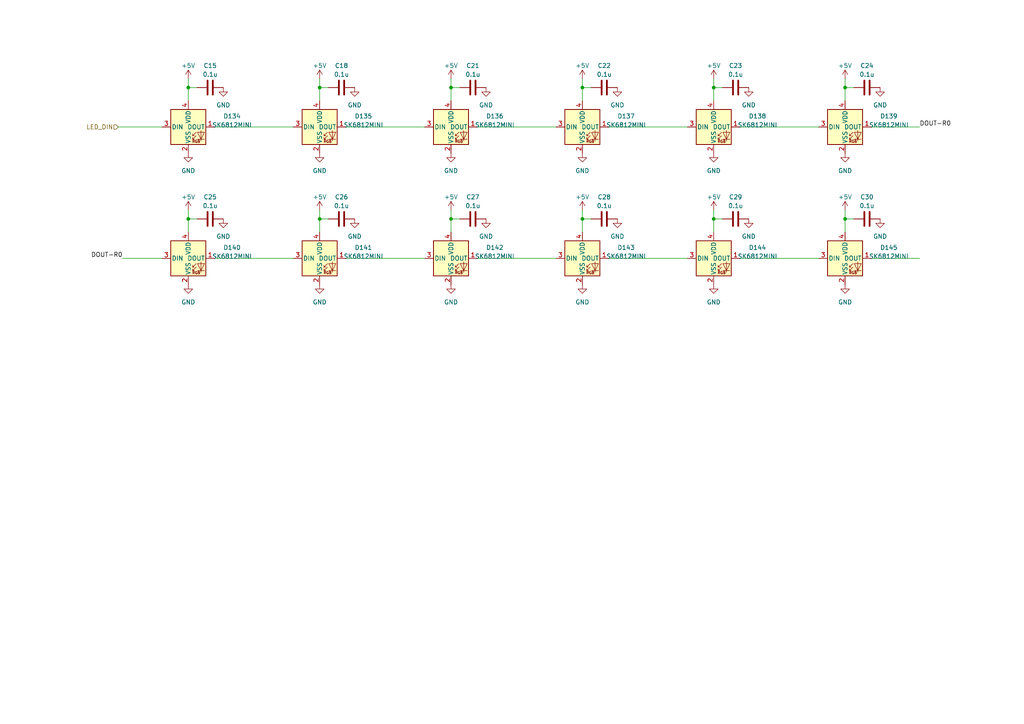
<source format=kicad_sch>
(kicad_sch (version 20230121) (generator eeschema)
  (paper "A4")
  (lib_symbols
    (symbol "Device:C" (pin_numbers hide) (pin_names (offset 0.254))
      (property "Reference" "C" (at 0.635 2.54 0))
      (property "Value" "C" (at 0.635 -2.54 0))
      (symbol "C_0_1"
        (polyline (pts (xy -2.032 -0.762) (xy 2.032 -0.762)) (stroke (width 0.508)))
        (polyline (pts (xy -2.032 0.762) (xy 2.032 0.762)) (stroke (width 0.508)))
      )
      (symbol "C_1_1"
        (pin passive line (at 0 3.81 270) (length 2.794) (name "~") (number "1"))
        (pin passive line (at 0 -3.81 90) (length 2.794) (name "~") (number "2"))
      )
    )
    (symbol "LED:SK6812MINI" (pin_names (offset 0.254))
      (property "Reference" "D" (at 5.08 5.715 0))
      (property "Value" "SK6812MINI" (at 1.27 -5.715 0))
      (symbol "SK6812MINI_0_0"
        (text "RGB" (at 2.286 -4.191 0) (effects (font (size 0.762 0.762))))
      )
      (symbol "SK6812MINI_0_1"
        (polyline (pts (xy 1.27 -3.556) (xy 1.778 -3.556)))
        (polyline (pts (xy 1.27 -2.54) (xy 1.778 -2.54)))
        (polyline (pts (xy 4.699 -3.556) (xy 2.667 -3.556)))
        (polyline (pts (xy 2.286 -2.54) (xy 1.27 -3.556) (xy 1.27 -3.048)))
        (polyline (pts (xy 2.286 -1.524) (xy 1.27 -2.54) (xy 1.27 -2.032)))
        (polyline (pts (xy 3.683 -1.016) (xy 3.683 -3.556) (xy 3.683 -4.064)))
        (polyline (pts (xy 4.699 -1.524) (xy 2.667 -1.524) (xy 3.683 -3.556) (xy 4.699 -1.524)))
        (rectangle (start 5.08 5.08) (end -5.08 -5.08) (stroke (width 0.254)) (fill (type background)))
      )
      (symbol "SK6812MINI_1_1"
        (pin output line (at 7.62 0 180) (length 2.54) (name "DOUT") (number "1"))
        (pin power_in line (at 0 -7.62 90) (length 2.54) (name "VSS") (number "2"))
        (pin input line (at -7.62 0 0) (length 2.54) (name "DIN") (number "3"))
        (pin power_in line (at 0 7.62 270) (length 2.54) (name "VDD") (number "4"))
      )
    )
    (symbol "power:+5V" (power) (pin_names (offset 0))
      (property "Value" "+5V" (at 0 3.556 0))
      (symbol "+5V_0_1"
        (polyline (pts (xy -0.762 1.27) (xy 0 2.54)))
        (polyline (pts (xy 0 0) (xy 0 2.54)))
        (polyline (pts (xy 0 2.54) (xy 0.762 1.27)))
      )
      (symbol "+5V_1_1"
        (pin power_in line (at 0 0 90) (length 0) hide (name "+5V") (number "1"))
      )
    )
    (symbol "power:GND" (power) (pin_names (offset 0))
      (property "Value" "GND" (at 0 -3.81 0))
      (symbol "GND_0_1"
        (polyline (pts (xy 0 0) (xy 0 -1.27) (xy 1.27 -1.27) (xy 0 -2.54) (xy -1.27 -1.27) (xy 0 -1.27)))
      )
      (symbol "GND_1_1"
        (pin power_in line (at 0 0 270) (length 0) hide (name "GND") (number "1"))
      )
    )
  )
  (junction (at 92.71 63.5))
  (junction (at 168.91 25.4))
  (junction (at 54.61 63.5))
  (junction (at 54.61 25.4))
  (junction (at 245.11 25.4))
  (junction (at 207.01 25.4))
  (junction (at 130.81 63.5))
  (junction (at 245.11 63.5))
  (junction (at 130.81 25.4))
  (junction (at 92.71 25.4))
  (junction (at 207.01 63.5))
  (junction (at 168.91 63.5))
  (wire (pts (xy 207.01 60.96) (xy 207.01 63.5)))
  (wire (pts (xy 57.15 25.4) (xy 54.61 25.4)))
  (wire (pts (xy 133.35 63.5) (xy 130.81 63.5)))
  (wire (pts (xy 95.25 63.5) (xy 92.71 63.5)))
  (wire (pts (xy 176.53 36.83) (xy 199.39 36.83)))
  (wire (pts (xy 252.73 74.93) (xy 266.7 74.93)))
  (wire (pts (xy 100.33 74.93) (xy 123.19 74.93)))
  (wire (pts (xy 209.55 63.5) (xy 207.01 63.5)))
  (wire (pts (xy 62.23 36.83) (xy 85.09 36.83)))
  (wire (pts (xy 247.65 63.5) (xy 245.11 63.5)))
  (wire (pts (xy 168.91 25.4) (xy 168.91 29.21)))
  (wire (pts (xy 245.11 25.4) (xy 245.11 29.21)))
  (wire (pts (xy 130.81 25.4) (xy 130.81 29.21)))
  (wire (pts (xy 168.91 22.86) (xy 168.91 25.4)))
  (wire (pts (xy 168.91 60.96) (xy 168.91 63.5)))
  (wire (pts (xy 34.29 36.83) (xy 46.99 36.83)))
  (wire (pts (xy 35.56 74.93) (xy 46.99 74.93)))
  (wire (pts (xy 54.61 60.96) (xy 54.61 63.5)))
  (wire (pts (xy 62.23 74.93) (xy 85.09 74.93)))
  (wire (pts (xy 138.43 36.83) (xy 161.29 36.83)))
  (wire (pts (xy 100.33 36.83) (xy 123.19 36.83)))
  (wire (pts (xy 245.11 60.96) (xy 245.11 63.5)))
  (wire (pts (xy 54.61 25.4) (xy 54.61 29.21)))
  (wire (pts (xy 133.35 25.4) (xy 130.81 25.4)))
  (wire (pts (xy 207.01 22.86) (xy 207.01 25.4)))
  (wire (pts (xy 92.71 25.4) (xy 92.71 29.21)))
  (wire (pts (xy 92.71 63.5) (xy 92.71 67.31)))
  (wire (pts (xy 92.71 22.86) (xy 92.71 25.4)))
  (wire (pts (xy 54.61 63.5) (xy 54.61 67.31)))
  (wire (pts (xy 245.11 63.5) (xy 245.11 67.31)))
  (wire (pts (xy 130.81 63.5) (xy 130.81 67.31)))
  (wire (pts (xy 92.71 60.96) (xy 92.71 63.5)))
  (wire (pts (xy 252.73 36.83) (xy 266.7 36.83)))
  (wire (pts (xy 171.45 63.5) (xy 168.91 63.5)))
  (wire (pts (xy 245.11 22.86) (xy 245.11 25.4)))
  (wire (pts (xy 214.63 36.83) (xy 237.49 36.83)))
  (wire (pts (xy 214.63 74.93) (xy 237.49 74.93)))
  (wire (pts (xy 130.81 22.86) (xy 130.81 25.4)))
  (wire (pts (xy 130.81 60.96) (xy 130.81 63.5)))
  (wire (pts (xy 207.01 25.4) (xy 207.01 29.21)))
  (wire (pts (xy 176.53 74.93) (xy 199.39 74.93)))
  (wire (pts (xy 54.61 22.86) (xy 54.61 25.4)))
  (wire (pts (xy 95.25 25.4) (xy 92.71 25.4)))
  (wire (pts (xy 171.45 25.4) (xy 168.91 25.4)))
  (wire (pts (xy 207.01 63.5) (xy 207.01 67.31)))
  (wire (pts (xy 209.55 25.4) (xy 207.01 25.4)))
  (wire (pts (xy 57.15 63.5) (xy 54.61 63.5)))
  (wire (pts (xy 247.65 25.4) (xy 245.11 25.4)))
  (wire (pts (xy 138.43 74.93) (xy 161.29 74.93)))
  (wire (pts (xy 168.91 63.5) (xy 168.91 67.31)))
  (label "DOUT-R0" (at 35.56 74.93 180))
  (label "DOUT-R0" (at 266.7 36.83 0))
  (hierarchical_label "LED_DIN" (shape input) (at 34.29 36.83 180))
  (symbol (lib_id "LED:SK6812MINI") (at 130.81 74.93 0) (unit 1)
    (property "Reference" "D142" (at 143.51 71.8059 0))
    (property "Value" "SK6812MINI" (at 143.51 74.3459 0))
    (property "Footprint" "LED_SMD:LED_SK6812MINI_PLCC4_3.5x3.5mm_P1.75mm" (effects hide))
    (property "Datasheet" "https://cdn-shop.adafruit.com/product-files/2686/SK6812MINI_REV.01-1-2.pdf" (effects hide))
    (instances (project "autoharpie" (path "" (reference "D142") (unit 1)) (path "" (reference "D112") (unit 1))))
  )
  (symbol (lib_id "power:+5V") (at 207.01 60.96 0) (unit 1)
    (property "Reference" "#PWR086" (effects hide))
    (property "Value" "+5V" (at 207.01 57.15 0))
    (instances (project "autoharpie" (path "" (reference "#PWR086") (unit 1)) (path "" (reference "#PWR0170") (unit 1))))
  )
  (symbol (lib_id "Device:C") (at 251.46 63.5 90) (unit 1)
    (property "Reference" "C30" (at 251.46 57.15 90))
    (property "Value" "0.1u" (at 251.46 59.69 90))
    (property "Footprint" "Capacitor_SMD:C_0402_1005Metric" (effects hide))
    (instances (project "autoharpie" (path "" (reference "C30") (unit 1)) (path "" (reference "C75") (unit 1))))
  )
  (symbol (lib_id "Device:C") (at 60.96 25.4 90) (unit 1)
    (property "Reference" "C15" (at 60.96 19.05 90))
    (property "Value" "0.1u" (at 60.96 21.59 90))
    (property "Footprint" "Capacitor_SMD:C_0402_1005Metric" (effects hide))
    (instances (project "autoharpie" (path "" (reference "C15") (unit 1)) (path "" (reference "C64") (unit 1))))
  )
  (symbol (lib_id "power:+5V") (at 168.91 22.86 0) (unit 1)
    (property "Reference" "#PWR072" (effects hide))
    (property "Value" "+5V" (at 168.91 19.05 0))
    (instances (project "autoharpie" (path "" (reference "#PWR072") (unit 1)) (path "" (reference "#PWR0151") (unit 1))))
  )
  (symbol (lib_id "Device:C") (at 137.16 63.5 90) (unit 1)
    (property "Reference" "C27" (at 137.16 57.15 90))
    (property "Value" "0.1u" (at 137.16 59.69 90))
    (property "Footprint" "Capacitor_SMD:C_0402_1005Metric" (effects hide))
    (instances (project "autoharpie" (path "" (reference "C27") (unit 1)) (path "" (reference "C72") (unit 1))))
  )
  (symbol (lib_id "LED:SK6812MINI") (at 54.61 74.93 0) (unit 1)
    (property "Reference" "D140" (at 67.31 71.8059 0))
    (property "Value" "SK6812MINI" (at 67.31 74.3459 0))
    (property "Footprint" "LED_SMD:LED_SK6812MINI_PLCC4_3.5x3.5mm_P1.75mm" (effects hide))
    (property "Datasheet" "https://cdn-shop.adafruit.com/product-files/2686/SK6812MINI_REV.01-1-2.pdf" (effects hide))
    (instances (project "autoharpie" (path "" (reference "D140") (unit 1)) (path "" (reference "D110") (unit 1))))
  )
  (symbol (lib_id "power:GND") (at 130.81 82.55 0) (unit 1)
    (property "Reference" "#PWR050" (effects hide))
    (property "Value" "GND" (at 130.81 87.63 0))
    (instances (project "autoharpie" (path "" (reference "#PWR050") (unit 1)) (path "" (reference "#PWR0180") (unit 1))))
  )
  (symbol (lib_id "Device:C") (at 60.96 63.5 90) (unit 1)
    (property "Reference" "C25" (at 60.96 57.15 90))
    (property "Value" "0.1u" (at 60.96 59.69 90))
    (property "Footprint" "Capacitor_SMD:C_0402_1005Metric" (effects hide))
    (instances (project "autoharpie" (path "" (reference "C25") (unit 1)) (path "" (reference "C70") (unit 1))))
  )
  (symbol (lib_id "power:+5V") (at 245.11 22.86 0) (unit 1)
    (property "Reference" "#PWR076" (effects hide))
    (property "Value" "+5V" (at 245.11 19.05 0))
    (instances (project "autoharpie" (path "" (reference "#PWR076") (unit 1)) (path "" (reference "#PWR0153") (unit 1))))
  )
  (symbol (lib_id "Device:C") (at 213.36 63.5 90) (unit 1)
    (property "Reference" "C29" (at 213.36 57.15 90))
    (property "Value" "0.1u" (at 213.36 59.69 90))
    (property "Footprint" "Capacitor_SMD:C_0402_1005Metric" (effects hide))
    (instances (project "autoharpie" (path "" (reference "C29") (unit 1)) (path "" (reference "C74") (unit 1))))
  )
  (symbol (lib_id "power:GND") (at 54.61 82.55 0) (unit 1)
    (property "Reference" "#PWR048" (effects hide))
    (property "Value" "GND" (at 54.61 87.63 0))
    (instances (project "autoharpie" (path "" (reference "#PWR048") (unit 1)) (path "" (reference "#PWR0178") (unit 1))))
  )
  (symbol (lib_id "power:+5V") (at 92.71 60.96 0) (unit 1)
    (property "Reference" "#PWR080" (effects hide))
    (property "Value" "+5V" (at 92.71 57.15 0))
    (instances (project "autoharpie" (path "" (reference "#PWR080") (unit 1)) (path "" (reference "#PWR0167") (unit 1))))
  )
  (symbol (lib_id "power:+5V") (at 130.81 22.86 0) (unit 1)
    (property "Reference" "#PWR070" (effects hide))
    (property "Value" "+5V" (at 130.81 19.05 0))
    (instances (project "autoharpie" (path "" (reference "#PWR070") (unit 1)) (path "" (reference "#PWR0150") (unit 1))))
  )
  (symbol (lib_id "power:GND") (at 207.01 82.55 0) (unit 1)
    (property "Reference" "#PWR052" (effects hide))
    (property "Value" "GND" (at 207.01 87.63 0))
    (instances (project "autoharpie" (path "" (reference "#PWR052") (unit 1)) (path "" (reference "#PWR0182") (unit 1))))
  )
  (symbol (lib_id "power:GND") (at 255.27 63.5 0) (unit 1)
    (property "Reference" "#PWR089" (effects hide))
    (property "Value" "GND" (at 255.27 68.58 0))
    (instances (project "autoharpie" (path "" (reference "#PWR089") (unit 1)) (path "" (reference "#PWR0177") (unit 1))))
  )
  (symbol (lib_id "LED:SK6812MINI") (at 245.11 36.83 0) (unit 1)
    (property "Reference" "D139" (at 257.81 33.7059 0))
    (property "Value" "SK6812MINI" (at 257.81 36.2459 0))
    (property "Footprint" "LED_SMD:LED_SK6812MINI_PLCC4_3.5x3.5mm_P1.75mm" (effects hide))
    (property "Datasheet" "https://cdn-shop.adafruit.com/product-files/2686/SK6812MINI_REV.01-1-2.pdf" (effects hide))
    (instances (project "autoharpie" (path "" (reference "D139") (unit 1)) (path "" (reference "D109") (unit 1))))
  )
  (symbol (lib_id "Device:C") (at 99.06 25.4 90) (unit 1)
    (property "Reference" "C18" (at 99.06 19.05 90))
    (property "Value" "0.1u" (at 99.06 21.59 90))
    (property "Footprint" "Capacitor_SMD:C_0402_1005Metric" (effects hide))
    (instances (project "autoharpie" (path "" (reference "C18") (unit 1)) (path "" (reference "C65") (unit 1))))
  )
  (symbol (lib_id "power:GND") (at 64.77 63.5 0) (unit 1)
    (property "Reference" "#PWR079" (effects hide))
    (property "Value" "GND" (at 64.77 68.58 0))
    (instances (project "autoharpie" (path "" (reference "#PWR079") (unit 1)) (path "" (reference "#PWR0172") (unit 1))))
  )
  (symbol (lib_id "power:+5V") (at 168.91 60.96 0) (unit 1)
    (property "Reference" "#PWR084" (effects hide))
    (property "Value" "+5V" (at 168.91 57.15 0))
    (instances (project "autoharpie" (path "" (reference "#PWR084") (unit 1)) (path "" (reference "#PWR0169") (unit 1))))
  )
  (symbol (lib_id "Device:C") (at 99.06 63.5 90) (unit 1)
    (property "Reference" "C26" (at 99.06 57.15 90))
    (property "Value" "0.1u" (at 99.06 59.69 90))
    (property "Footprint" "Capacitor_SMD:C_0402_1005Metric" (effects hide))
    (instances (project "autoharpie" (path "" (reference "C26") (unit 1)) (path "" (reference "C71") (unit 1))))
  )
  (symbol (lib_id "Device:C") (at 137.16 25.4 90) (unit 1)
    (property "Reference" "C21" (at 137.16 19.05 90))
    (property "Value" "0.1u" (at 137.16 21.59 90))
    (property "Footprint" "Capacitor_SMD:C_0402_1005Metric" (effects hide))
    (instances (project "autoharpie" (path "" (reference "C21") (unit 1)) (path "" (reference "C66") (unit 1))))
  )
  (symbol (lib_id "power:GND") (at 64.77 25.4 0) (unit 1)
    (property "Reference" "#PWR067" (effects hide))
    (property "Value" "GND" (at 64.77 30.48 0))
    (instances (project "autoharpie" (path "" (reference "#PWR067") (unit 1)) (path "" (reference "#PWR0154") (unit 1))))
  )
  (symbol (lib_id "power:GND") (at 168.91 44.45 0) (unit 1)
    (property "Reference" "#PWR042" (effects hide))
    (property "Value" "GND" (at 168.91 49.53 0))
    (instances (project "autoharpie" (path "" (reference "#PWR042") (unit 1)) (path "" (reference "#PWR0163") (unit 1))))
  )
  (symbol (lib_id "power:+5V") (at 130.81 60.96 0) (unit 1)
    (property "Reference" "#PWR082" (effects hide))
    (property "Value" "+5V" (at 130.81 57.15 0))
    (instances (project "autoharpie" (path "" (reference "#PWR082") (unit 1)) (path "" (reference "#PWR0168") (unit 1))))
  )
  (symbol (lib_id "power:+5V") (at 54.61 60.96 0) (unit 1)
    (property "Reference" "#PWR078" (effects hide))
    (property "Value" "+5V" (at 54.61 57.15 0))
    (instances (project "autoharpie" (path "" (reference "#PWR078") (unit 1)) (path "" (reference "#PWR0166") (unit 1))))
  )
  (symbol (lib_id "power:GND") (at 217.17 25.4 0) (unit 1)
    (property "Reference" "#PWR075" (effects hide))
    (property "Value" "GND" (at 217.17 30.48 0))
    (instances (project "autoharpie" (path "" (reference "#PWR075") (unit 1)) (path "" (reference "#PWR0158") (unit 1))))
  )
  (symbol (lib_id "power:GND") (at 245.11 82.55 0) (unit 1)
    (property "Reference" "#PWR053" (effects hide))
    (property "Value" "GND" (at 245.11 87.63 0))
    (instances (project "autoharpie" (path "" (reference "#PWR053") (unit 1)) (path "" (reference "#PWR0183") (unit 1))))
  )
  (symbol (lib_id "power:GND") (at 140.97 63.5 0) (unit 1)
    (property "Reference" "#PWR083" (effects hide))
    (property "Value" "GND" (at 140.97 68.58 0))
    (instances (project "autoharpie" (path "" (reference "#PWR083") (unit 1)) (path "" (reference "#PWR0174") (unit 1))))
  )
  (symbol (lib_id "power:GND") (at 179.07 25.4 0) (unit 1)
    (property "Reference" "#PWR073" (effects hide))
    (property "Value" "GND" (at 179.07 30.48 0))
    (instances (project "autoharpie" (path "" (reference "#PWR073") (unit 1)) (path "" (reference "#PWR0157") (unit 1))))
  )
  (symbol (lib_id "power:+5V") (at 245.11 60.96 0) (unit 1)
    (property "Reference" "#PWR088" (effects hide))
    (property "Value" "+5V" (at 245.11 57.15 0))
    (instances (project "autoharpie" (path "" (reference "#PWR088") (unit 1)) (path "" (reference "#PWR0171") (unit 1))))
  )
  (symbol (lib_id "LED:SK6812MINI") (at 245.11 74.93 0) (unit 1)
    (property "Reference" "D145" (at 257.81 71.8059 0))
    (property "Value" "SK6812MINI" (at 257.81 74.3459 0))
    (property "Footprint" "LED_SMD:LED_SK6812MINI_PLCC4_3.5x3.5mm_P1.75mm" (effects hide))
    (property "Datasheet" "https://cdn-shop.adafruit.com/product-files/2686/SK6812MINI_REV.01-1-2.pdf" (effects hide))
    (instances (project "autoharpie" (path "" (reference "D145") (unit 1)) (path "" (reference "D115") (unit 1))))
  )
  (symbol (lib_id "Device:C") (at 213.36 25.4 90) (unit 1)
    (property "Reference" "C23" (at 213.36 19.05 90))
    (property "Value" "0.1u" (at 213.36 21.59 90))
    (property "Footprint" "Capacitor_SMD:C_0402_1005Metric" (effects hide))
    (instances (project "autoharpie" (path "" (reference "C23") (unit 1)) (path "" (reference "C68") (unit 1))))
  )
  (symbol (lib_id "power:GND") (at 130.81 44.45 0) (unit 1)
    (property "Reference" "#PWR038" (effects hide))
    (property "Value" "GND" (at 130.81 49.53 0))
    (instances (project "autoharpie" (path "" (reference "#PWR038") (unit 1)) (path "" (reference "#PWR0162") (unit 1))))
  )
  (symbol (lib_id "Device:C") (at 175.26 25.4 90) (unit 1)
    (property "Reference" "C22" (at 175.26 19.05 90))
    (property "Value" "0.1u" (at 175.26 21.59 90))
    (property "Footprint" "Capacitor_SMD:C_0402_1005Metric" (effects hide))
    (instances (project "autoharpie" (path "" (reference "C22") (unit 1)) (path "" (reference "C67") (unit 1))))
  )
  (symbol (lib_id "power:GND") (at 92.71 44.45 0) (unit 1)
    (property "Reference" "#PWR037" (effects hide))
    (property "Value" "GND" (at 92.71 49.53 0))
    (instances (project "autoharpie" (path "" (reference "#PWR037") (unit 1)) (path "" (reference "#PWR0161") (unit 1))))
  )
  (symbol (lib_id "Device:C") (at 175.26 63.5 90) (unit 1)
    (property "Reference" "C28" (at 175.26 57.15 90))
    (property "Value" "0.1u" (at 175.26 59.69 90))
    (property "Footprint" "Capacitor_SMD:C_0402_1005Metric" (effects hide))
    (instances (project "autoharpie" (path "" (reference "C28") (unit 1)) (path "" (reference "C73") (unit 1))))
  )
  (symbol (lib_id "power:+5V") (at 92.71 22.86 0) (unit 1)
    (property "Reference" "#PWR068" (effects hide))
    (property "Value" "+5V" (at 92.71 19.05 0))
    (instances (project "autoharpie" (path "" (reference "#PWR068") (unit 1)) (path "" (reference "#PWR0149") (unit 1))))
  )
  (symbol (lib_id "LED:SK6812MINI") (at 207.01 36.83 0) (unit 1)
    (property "Reference" "D138" (at 219.71 33.7059 0))
    (property "Value" "SK6812MINI" (at 219.71 36.2459 0))
    (property "Footprint" "LED_SMD:LED_SK6812MINI_PLCC4_3.5x3.5mm_P1.75mm" (effects hide))
    (property "Datasheet" "https://cdn-shop.adafruit.com/product-files/2686/SK6812MINI_REV.01-1-2.pdf" (effects hide))
    (instances (project "autoharpie" (path "" (reference "D138") (unit 1)) (path "" (reference "D108") (unit 1))))
  )
  (symbol (lib_id "Device:C") (at 251.46 25.4 90) (unit 1)
    (property "Reference" "C24" (at 251.46 19.05 90))
    (property "Value" "0.1u" (at 251.46 21.59 90))
    (property "Footprint" "Capacitor_SMD:C_0402_1005Metric" (effects hide))
    (instances (project "autoharpie" (path "" (reference "C24") (unit 1)) (path "" (reference "C69") (unit 1))))
  )
  (symbol (lib_id "power:+5V") (at 54.61 22.86 0) (unit 1)
    (property "Reference" "#PWR066" (effects hide))
    (property "Value" "+5V" (at 54.61 19.05 0))
    (instances (project "autoharpie" (path "" (reference "#PWR066") (unit 1)) (path "" (reference "#PWR0148") (unit 1))))
  )
  (symbol (lib_id "power:GND") (at 102.87 25.4 0) (unit 1)
    (property "Reference" "#PWR069" (effects hide))
    (property "Value" "GND" (at 102.87 30.48 0))
    (instances (project "autoharpie" (path "" (reference "#PWR069") (unit 1)) (path "" (reference "#PWR0155") (unit 1))))
  )
  (symbol (lib_id "power:GND") (at 168.91 82.55 0) (unit 1)
    (property "Reference" "#PWR051" (effects hide))
    (property "Value" "GND" (at 168.91 87.63 0))
    (instances (project "autoharpie" (path "" (reference "#PWR051") (unit 1)) (path "" (reference "#PWR0181") (unit 1))))
  )
  (symbol (lib_id "power:GND") (at 92.71 82.55 0) (unit 1)
    (property "Reference" "#PWR049" (effects hide))
    (property "Value" "GND" (at 92.71 87.63 0))
    (instances (project "autoharpie" (path "" (reference "#PWR049") (unit 1)) (path "" (reference "#PWR0179") (unit 1))))
  )
  (symbol (lib_id "LED:SK6812MINI") (at 92.71 74.93 0) (unit 1)
    (property "Reference" "D141" (at 105.41 71.8059 0))
    (property "Value" "SK6812MINI" (at 105.41 74.3459 0))
    (property "Footprint" "LED_SMD:LED_SK6812MINI_PLCC4_3.5x3.5mm_P1.75mm" (effects hide))
    (property "Datasheet" "https://cdn-shop.adafruit.com/product-files/2686/SK6812MINI_REV.01-1-2.pdf" (effects hide))
    (instances (project "autoharpie" (path "" (reference "D141") (unit 1)) (path "" (reference "D111") (unit 1))))
  )
  (symbol (lib_id "LED:SK6812MINI") (at 207.01 74.93 0) (unit 1)
    (property "Reference" "D144" (at 219.71 71.8059 0))
    (property "Value" "SK6812MINI" (at 219.71 74.3459 0))
    (property "Footprint" "LED_SMD:LED_SK6812MINI_PLCC4_3.5x3.5mm_P1.75mm" (effects hide))
    (property "Datasheet" "https://cdn-shop.adafruit.com/product-files/2686/SK6812MINI_REV.01-1-2.pdf" (effects hide))
    (instances (project "autoharpie" (path "" (reference "D144") (unit 1)) (path "" (reference "D114") (unit 1))))
  )
  (symbol (lib_id "power:GND") (at 217.17 63.5 0) (unit 1)
    (property "Reference" "#PWR087" (effects hide))
    (property "Value" "GND" (at 217.17 68.58 0))
    (instances (project "autoharpie" (path "" (reference "#PWR087") (unit 1)) (path "" (reference "#PWR0176") (unit 1))))
  )
  (symbol (lib_id "LED:SK6812MINI") (at 54.61 36.83 0) (unit 1)
    (property "Reference" "D134" (at 67.31 33.7059 0))
    (property "Value" "SK6812MINI" (at 67.31 36.2459 0))
    (property "Footprint" "LED_SMD:LED_SK6812MINI_PLCC4_3.5x3.5mm_P1.75mm" (effects hide))
    (property "Datasheet" "https://cdn-shop.adafruit.com/product-files/2686/SK6812MINI_REV.01-1-2.pdf" (effects hide))
    (instances (project "autoharpie" (path "" (reference "D134") (unit 1)) (path "" (reference "D104") (unit 1))))
  )
  (symbol (lib_id "power:GND") (at 245.11 44.45 0) (unit 1)
    (property "Reference" "#PWR044" (effects hide))
    (property "Value" "GND" (at 245.11 49.53 0))
    (instances (project "autoharpie" (path "" (reference "#PWR044") (unit 1)) (path "" (reference "#PWR0165") (unit 1))))
  )
  (symbol (lib_id "power:GND") (at 179.07 63.5 0) (unit 1)
    (property "Reference" "#PWR085" (effects hide))
    (property "Value" "GND" (at 179.07 68.58 0))
    (instances (project "autoharpie" (path "" (reference "#PWR085") (unit 1)) (path "" (reference "#PWR0175") (unit 1))))
  )
  (symbol (lib_id "LED:SK6812MINI") (at 168.91 36.83 0) (unit 1)
    (property "Reference" "D137" (at 181.61 33.7059 0))
    (property "Value" "SK6812MINI" (at 181.61 36.2459 0))
    (property "Footprint" "LED_SMD:LED_SK6812MINI_PLCC4_3.5x3.5mm_P1.75mm" (effects hide))
    (property "Datasheet" "https://cdn-shop.adafruit.com/product-files/2686/SK6812MINI_REV.01-1-2.pdf" (effects hide))
    (instances (project "autoharpie" (path "" (reference "D137") (unit 1)) (path "" (reference "D107") (unit 1))))
  )
  (symbol (lib_id "power:GND") (at 255.27 25.4 0) (unit 1)
    (property "Reference" "#PWR077" (effects hide))
    (property "Value" "GND" (at 255.27 30.48 0))
    (instances (project "autoharpie" (path "" (reference "#PWR077") (unit 1)) (path "" (reference "#PWR0159") (unit 1))))
  )
  (symbol (lib_id "LED:SK6812MINI") (at 92.71 36.83 0) (unit 1)
    (property "Reference" "D135" (at 105.41 33.7059 0))
    (property "Value" "SK6812MINI" (at 105.41 36.2459 0))
    (property "Footprint" "LED_SMD:LED_SK6812MINI_PLCC4_3.5x3.5mm_P1.75mm" (effects hide))
    (property "Datasheet" "https://cdn-shop.adafruit.com/product-files/2686/SK6812MINI_REV.01-1-2.pdf" (effects hide))
    (instances (project "autoharpie" (path "" (reference "D135") (unit 1)) (path "" (reference "D105") (unit 1))))
  )
  (symbol (lib_id "power:GND") (at 102.87 63.5 0) (unit 1)
    (property "Reference" "#PWR081" (effects hide))
    (property "Value" "GND" (at 102.87 68.58 0))
    (instances (project "autoharpie" (path "" (reference "#PWR081") (unit 1)) (path "" (reference "#PWR0173") (unit 1))))
  )
  (symbol (lib_id "LED:SK6812MINI") (at 168.91 74.93 0) (unit 1)
    (property "Reference" "D143" (at 181.61 71.8059 0))
    (property "Value" "SK6812MINI" (at 181.61 74.3459 0))
    (property "Footprint" "LED_SMD:LED_SK6812MINI_PLCC4_3.5x3.5mm_P1.75mm" (effects hide))
    (property "Datasheet" "https://cdn-shop.adafruit.com/product-files/2686/SK6812MINI_REV.01-1-2.pdf" (effects hide))
    (instances (project "autoharpie" (path "" (reference "D143") (unit 1)) (path "" (reference "D113") (unit 1))))
  )
  (symbol (lib_id "power:+5V") (at 207.01 22.86 0) (unit 1)
    (property "Reference" "#PWR074" (effects hide))
    (property "Value" "+5V" (at 207.01 19.05 0))
    (instances (project "autoharpie" (path "" (reference "#PWR074") (unit 1)) (path "" (reference "#PWR0152") (unit 1))))
  )
  (symbol (lib_id "power:GND") (at 54.61 44.45 0) (unit 1)
    (property "Reference" "#PWR036" (effects hide))
    (property "Value" "GND" (at 54.61 49.53 0))
    (instances (project "autoharpie" (path "" (reference "#PWR036") (unit 1)) (path "" (reference "#PWR0160") (unit 1))))
  )
  (symbol (lib_id "power:GND") (at 207.01 44.45 0) (unit 1)
    (property "Reference" "#PWR043" (effects hide))
    (property "Value" "GND" (at 207.01 49.53 0))
    (instances (project "autoharpie" (path "" (reference "#PWR043") (unit 1)) (path "" (reference "#PWR0164") (unit 1))))
  )
  (symbol (lib_id "LED:SK6812MINI") (at 130.81 36.83 0) (unit 1)
    (property "Reference" "D136" (at 143.51 33.7059 0))
    (property "Value" "SK6812MINI" (at 143.51 36.2459 0))
    (property "Footprint" "LED_SMD:LED_SK6812MINI_PLCC4_3.5x3.5mm_P1.75mm" (effects hide))
    (property "Datasheet" "https://cdn-shop.adafruit.com/product-files/2686/SK6812MINI_REV.01-1-2.pdf" (effects hide))
    (instances (project "autoharpie" (path "" (reference "D136") (unit 1)) (path "" (reference "D106") (unit 1))))
  )
  (symbol (lib_id "power:GND") (at 140.97 25.4 0) (unit 1)
    (property "Reference" "#PWR071" (effects hide))
    (property "Value" "GND" (at 140.97 30.48 0))
    (instances (project "autoharpie" (path "" (reference "#PWR071") (unit 1)) (path "" (reference "#PWR0156") (unit 1))))
  )
)
</source>
